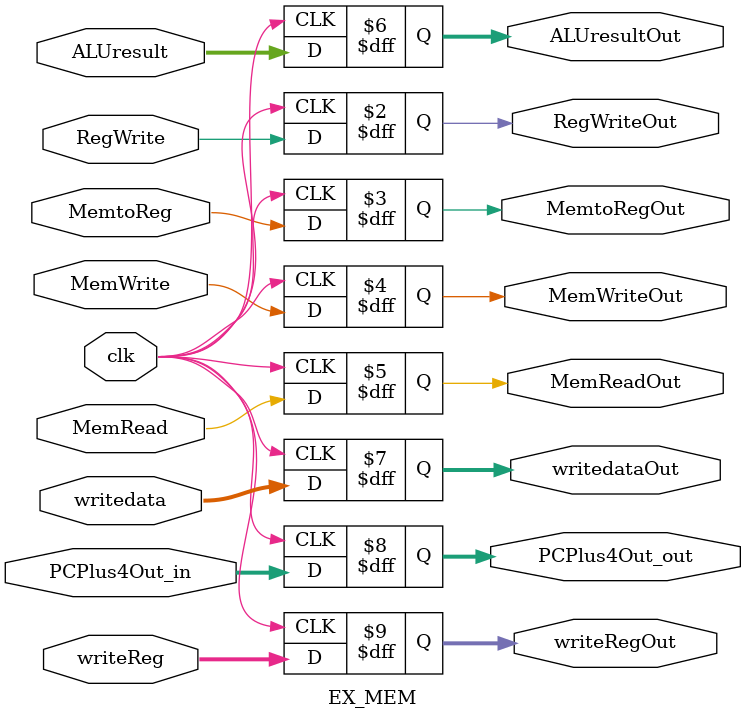
<source format=v>
module EX_MEM (
    input clk,
    input RegWrite, MemtoReg,
    input MemWrite, MemRead, 
    input [31:0] ALUresult, writedata,
    input [4:0] writeReg,
    input [31:0] PCPlus4Out_in,
    output reg RegWriteOut, MemtoRegOut, MemWriteOut, MemReadOut,
    output reg [31:0] ALUresultOut, writedataOut, PCPlus4Out_out,
    output reg [4:0] writeRegOut
);

always @(posedge clk) begin
    RegWriteOut <= RegWrite;
    MemtoRegOut <= MemtoReg;
    MemWriteOut <= MemWrite;
    MemReadOut <= MemRead;
    ALUresultOut <= ALUresult;
    writedataOut <= writedata;
    writeRegOut <= writeReg;
    PCPlus4Out_out <= PCPlus4Out_in;
end

endmodule

</source>
